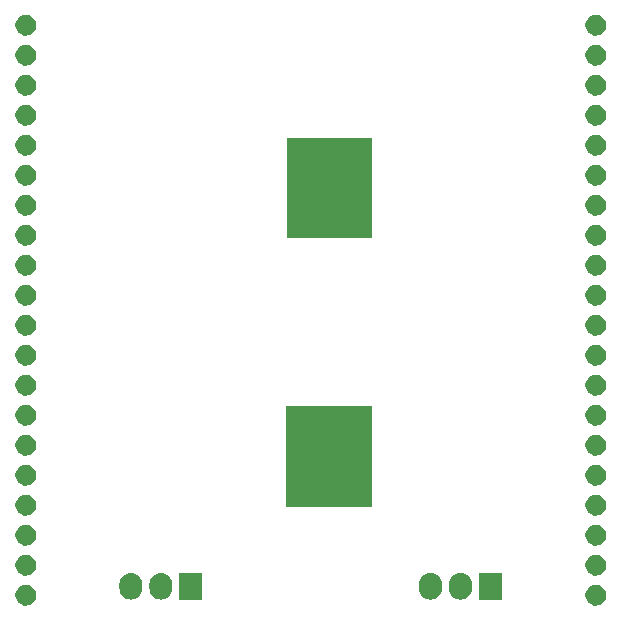
<source format=gbs>
G04 #@! TF.FileFunction,Soldermask,Bot*
%FSLAX46Y46*%
G04 Gerber Fmt 4.6, Leading zero omitted, Abs format (unit mm)*
G04 Created by KiCad (PCBNEW 4.0.2-stable) date Mon 01 Aug 2016 12:05:57 PM CEST*
%MOMM*%
G01*
G04 APERTURE LIST*
%ADD10C,0.100000*%
G04 APERTURE END LIST*
D10*
G36*
X122646590Y-130192579D02*
X122814107Y-130226966D01*
X122971750Y-130293233D01*
X123113526Y-130388862D01*
X123234022Y-130510202D01*
X123328660Y-130652642D01*
X123393822Y-130810740D01*
X123426971Y-130978152D01*
X123426971Y-130978162D01*
X123427037Y-130978496D01*
X123424310Y-131173819D01*
X123424234Y-131174153D01*
X123424234Y-131174165D01*
X123386427Y-131340577D01*
X123316870Y-131496802D01*
X123218296Y-131636540D01*
X123094452Y-131754474D01*
X122950069Y-131846103D01*
X122790633Y-131907945D01*
X122622225Y-131937638D01*
X122451254Y-131934058D01*
X122284231Y-131897335D01*
X122127529Y-131828874D01*
X121987101Y-131731274D01*
X121868312Y-131608263D01*
X121775674Y-131464519D01*
X121712723Y-131305521D01*
X121681852Y-131137317D01*
X121684240Y-130966327D01*
X121719793Y-130799059D01*
X121787162Y-130641877D01*
X121883776Y-130500776D01*
X122005958Y-130381126D01*
X122149050Y-130287489D01*
X122307607Y-130223428D01*
X122475582Y-130191385D01*
X122646590Y-130192579D01*
X122646590Y-130192579D01*
G37*
G36*
X170906590Y-130192579D02*
X171074107Y-130226966D01*
X171231750Y-130293233D01*
X171373526Y-130388862D01*
X171494022Y-130510202D01*
X171588660Y-130652642D01*
X171653822Y-130810740D01*
X171686971Y-130978152D01*
X171686971Y-130978162D01*
X171687037Y-130978496D01*
X171684310Y-131173819D01*
X171684234Y-131174153D01*
X171684234Y-131174165D01*
X171646427Y-131340577D01*
X171576870Y-131496802D01*
X171478296Y-131636540D01*
X171354452Y-131754474D01*
X171210069Y-131846103D01*
X171050633Y-131907945D01*
X170882225Y-131937638D01*
X170711254Y-131934058D01*
X170544231Y-131897335D01*
X170387529Y-131828874D01*
X170247101Y-131731274D01*
X170128312Y-131608263D01*
X170035674Y-131464519D01*
X169972723Y-131305521D01*
X169941852Y-131137317D01*
X169944240Y-130966327D01*
X169979793Y-130799059D01*
X170047162Y-130641877D01*
X170143776Y-130500776D01*
X170265958Y-130381126D01*
X170409050Y-130287489D01*
X170567607Y-130223428D01*
X170735582Y-130191385D01*
X170906590Y-130192579D01*
X170906590Y-130192579D01*
G37*
G36*
X157014720Y-129193430D02*
X157014734Y-129193434D01*
X157014769Y-129193438D01*
X157196285Y-129249626D01*
X157363430Y-129340001D01*
X157509838Y-129461120D01*
X157629932Y-129608370D01*
X157719138Y-129776142D01*
X157774058Y-129958045D01*
X157792600Y-130147152D01*
X157792600Y-130462848D01*
X157792505Y-130476442D01*
X157771325Y-130665271D01*
X157713870Y-130846390D01*
X157622331Y-131012900D01*
X157500192Y-131158459D01*
X157352108Y-131277522D01*
X157183717Y-131365554D01*
X157001434Y-131419203D01*
X157001402Y-131419206D01*
X157001388Y-131419210D01*
X156812205Y-131436427D01*
X156623280Y-131416570D01*
X156623266Y-131416566D01*
X156623231Y-131416562D01*
X156441715Y-131360374D01*
X156274570Y-131269999D01*
X156128162Y-131148880D01*
X156008068Y-131001630D01*
X155918862Y-130833858D01*
X155863942Y-130651955D01*
X155845400Y-130462848D01*
X155845400Y-130147152D01*
X155845495Y-130133558D01*
X155866675Y-129944729D01*
X155924130Y-129763610D01*
X156015669Y-129597100D01*
X156137808Y-129451541D01*
X156285892Y-129332478D01*
X156454283Y-129244446D01*
X156636566Y-129190797D01*
X156636598Y-129190794D01*
X156636612Y-129190790D01*
X156825795Y-129173573D01*
X157014720Y-129193430D01*
X157014720Y-129193430D01*
G37*
G36*
X159554720Y-129193430D02*
X159554734Y-129193434D01*
X159554769Y-129193438D01*
X159736285Y-129249626D01*
X159903430Y-129340001D01*
X160049838Y-129461120D01*
X160169932Y-129608370D01*
X160259138Y-129776142D01*
X160314058Y-129958045D01*
X160332600Y-130147152D01*
X160332600Y-130462848D01*
X160332505Y-130476442D01*
X160311325Y-130665271D01*
X160253870Y-130846390D01*
X160162331Y-131012900D01*
X160040192Y-131158459D01*
X159892108Y-131277522D01*
X159723717Y-131365554D01*
X159541434Y-131419203D01*
X159541402Y-131419206D01*
X159541388Y-131419210D01*
X159352205Y-131436427D01*
X159163280Y-131416570D01*
X159163266Y-131416566D01*
X159163231Y-131416562D01*
X158981715Y-131360374D01*
X158814570Y-131269999D01*
X158668162Y-131148880D01*
X158548068Y-131001630D01*
X158458862Y-130833858D01*
X158403942Y-130651955D01*
X158385400Y-130462848D01*
X158385400Y-130147152D01*
X158385495Y-130133558D01*
X158406675Y-129944729D01*
X158464130Y-129763610D01*
X158555669Y-129597100D01*
X158677808Y-129451541D01*
X158825892Y-129332478D01*
X158994283Y-129244446D01*
X159176566Y-129190797D01*
X159176598Y-129190794D01*
X159176612Y-129190790D01*
X159365795Y-129173573D01*
X159554720Y-129193430D01*
X159554720Y-129193430D01*
G37*
G36*
X131654720Y-129193430D02*
X131654734Y-129193434D01*
X131654769Y-129193438D01*
X131836285Y-129249626D01*
X132003430Y-129340001D01*
X132149838Y-129461120D01*
X132269932Y-129608370D01*
X132359138Y-129776142D01*
X132414058Y-129958045D01*
X132432600Y-130147152D01*
X132432600Y-130462848D01*
X132432505Y-130476442D01*
X132411325Y-130665271D01*
X132353870Y-130846390D01*
X132262331Y-131012900D01*
X132140192Y-131158459D01*
X131992108Y-131277522D01*
X131823717Y-131365554D01*
X131641434Y-131419203D01*
X131641402Y-131419206D01*
X131641388Y-131419210D01*
X131452205Y-131436427D01*
X131263280Y-131416570D01*
X131263266Y-131416566D01*
X131263231Y-131416562D01*
X131081715Y-131360374D01*
X130914570Y-131269999D01*
X130768162Y-131148880D01*
X130648068Y-131001630D01*
X130558862Y-130833858D01*
X130503942Y-130651955D01*
X130485400Y-130462848D01*
X130485400Y-130147152D01*
X130485495Y-130133558D01*
X130506675Y-129944729D01*
X130564130Y-129763610D01*
X130655669Y-129597100D01*
X130777808Y-129451541D01*
X130925892Y-129332478D01*
X131094283Y-129244446D01*
X131276566Y-129190797D01*
X131276598Y-129190794D01*
X131276612Y-129190790D01*
X131465795Y-129173573D01*
X131654720Y-129193430D01*
X131654720Y-129193430D01*
G37*
G36*
X134194720Y-129193430D02*
X134194734Y-129193434D01*
X134194769Y-129193438D01*
X134376285Y-129249626D01*
X134543430Y-129340001D01*
X134689838Y-129461120D01*
X134809932Y-129608370D01*
X134899138Y-129776142D01*
X134954058Y-129958045D01*
X134972600Y-130147152D01*
X134972600Y-130462848D01*
X134972505Y-130476442D01*
X134951325Y-130665271D01*
X134893870Y-130846390D01*
X134802331Y-131012900D01*
X134680192Y-131158459D01*
X134532108Y-131277522D01*
X134363717Y-131365554D01*
X134181434Y-131419203D01*
X134181402Y-131419206D01*
X134181388Y-131419210D01*
X133992205Y-131436427D01*
X133803280Y-131416570D01*
X133803266Y-131416566D01*
X133803231Y-131416562D01*
X133621715Y-131360374D01*
X133454570Y-131269999D01*
X133308162Y-131148880D01*
X133188068Y-131001630D01*
X133098862Y-130833858D01*
X133043942Y-130651955D01*
X133025400Y-130462848D01*
X133025400Y-130147152D01*
X133025495Y-130133558D01*
X133046675Y-129944729D01*
X133104130Y-129763610D01*
X133195669Y-129597100D01*
X133317808Y-129451541D01*
X133465892Y-129332478D01*
X133634283Y-129244446D01*
X133816566Y-129190797D01*
X133816598Y-129190794D01*
X133816612Y-129190790D01*
X134005795Y-129173573D01*
X134194720Y-129193430D01*
X134194720Y-129193430D01*
G37*
G36*
X162872600Y-131431000D02*
X160925400Y-131431000D01*
X160925400Y-129179000D01*
X162872600Y-129179000D01*
X162872600Y-131431000D01*
X162872600Y-131431000D01*
G37*
G36*
X137512600Y-131431000D02*
X135565400Y-131431000D01*
X135565400Y-129179000D01*
X137512600Y-129179000D01*
X137512600Y-131431000D01*
X137512600Y-131431000D01*
G37*
G36*
X170906590Y-127652579D02*
X171074107Y-127686966D01*
X171231750Y-127753233D01*
X171373526Y-127848862D01*
X171494022Y-127970202D01*
X171588660Y-128112642D01*
X171653822Y-128270740D01*
X171686971Y-128438152D01*
X171686971Y-128438162D01*
X171687037Y-128438496D01*
X171684310Y-128633819D01*
X171684234Y-128634153D01*
X171684234Y-128634165D01*
X171646427Y-128800577D01*
X171576870Y-128956802D01*
X171478296Y-129096540D01*
X171354452Y-129214474D01*
X171210069Y-129306103D01*
X171050633Y-129367945D01*
X170882225Y-129397638D01*
X170711254Y-129394058D01*
X170544231Y-129357335D01*
X170387529Y-129288874D01*
X170247101Y-129191274D01*
X170128312Y-129068263D01*
X170035674Y-128924519D01*
X169972723Y-128765521D01*
X169941852Y-128597317D01*
X169944240Y-128426327D01*
X169979793Y-128259059D01*
X170047162Y-128101877D01*
X170143776Y-127960776D01*
X170265958Y-127841126D01*
X170409050Y-127747489D01*
X170567607Y-127683428D01*
X170735582Y-127651385D01*
X170906590Y-127652579D01*
X170906590Y-127652579D01*
G37*
G36*
X122646590Y-127652579D02*
X122814107Y-127686966D01*
X122971750Y-127753233D01*
X123113526Y-127848862D01*
X123234022Y-127970202D01*
X123328660Y-128112642D01*
X123393822Y-128270740D01*
X123426971Y-128438152D01*
X123426971Y-128438162D01*
X123427037Y-128438496D01*
X123424310Y-128633819D01*
X123424234Y-128634153D01*
X123424234Y-128634165D01*
X123386427Y-128800577D01*
X123316870Y-128956802D01*
X123218296Y-129096540D01*
X123094452Y-129214474D01*
X122950069Y-129306103D01*
X122790633Y-129367945D01*
X122622225Y-129397638D01*
X122451254Y-129394058D01*
X122284231Y-129357335D01*
X122127529Y-129288874D01*
X121987101Y-129191274D01*
X121868312Y-129068263D01*
X121775674Y-128924519D01*
X121712723Y-128765521D01*
X121681852Y-128597317D01*
X121684240Y-128426327D01*
X121719793Y-128259059D01*
X121787162Y-128101877D01*
X121883776Y-127960776D01*
X122005958Y-127841126D01*
X122149050Y-127747489D01*
X122307607Y-127683428D01*
X122475582Y-127651385D01*
X122646590Y-127652579D01*
X122646590Y-127652579D01*
G37*
G36*
X170906590Y-125112579D02*
X171074107Y-125146966D01*
X171231750Y-125213233D01*
X171373526Y-125308862D01*
X171494022Y-125430202D01*
X171588660Y-125572642D01*
X171653822Y-125730740D01*
X171686971Y-125898152D01*
X171686971Y-125898162D01*
X171687037Y-125898496D01*
X171684310Y-126093819D01*
X171684234Y-126094153D01*
X171684234Y-126094165D01*
X171646427Y-126260577D01*
X171576870Y-126416802D01*
X171478296Y-126556540D01*
X171354452Y-126674474D01*
X171210069Y-126766103D01*
X171050633Y-126827945D01*
X170882225Y-126857638D01*
X170711254Y-126854058D01*
X170544231Y-126817335D01*
X170387529Y-126748874D01*
X170247101Y-126651274D01*
X170128312Y-126528263D01*
X170035674Y-126384519D01*
X169972723Y-126225521D01*
X169941852Y-126057317D01*
X169944240Y-125886327D01*
X169979793Y-125719059D01*
X170047162Y-125561877D01*
X170143776Y-125420776D01*
X170265958Y-125301126D01*
X170409050Y-125207489D01*
X170567607Y-125143428D01*
X170735582Y-125111385D01*
X170906590Y-125112579D01*
X170906590Y-125112579D01*
G37*
G36*
X122646590Y-125112579D02*
X122814107Y-125146966D01*
X122971750Y-125213233D01*
X123113526Y-125308862D01*
X123234022Y-125430202D01*
X123328660Y-125572642D01*
X123393822Y-125730740D01*
X123426971Y-125898152D01*
X123426971Y-125898162D01*
X123427037Y-125898496D01*
X123424310Y-126093819D01*
X123424234Y-126094153D01*
X123424234Y-126094165D01*
X123386427Y-126260577D01*
X123316870Y-126416802D01*
X123218296Y-126556540D01*
X123094452Y-126674474D01*
X122950069Y-126766103D01*
X122790633Y-126827945D01*
X122622225Y-126857638D01*
X122451254Y-126854058D01*
X122284231Y-126817335D01*
X122127529Y-126748874D01*
X121987101Y-126651274D01*
X121868312Y-126528263D01*
X121775674Y-126384519D01*
X121712723Y-126225521D01*
X121681852Y-126057317D01*
X121684240Y-125886327D01*
X121719793Y-125719059D01*
X121787162Y-125561877D01*
X121883776Y-125420776D01*
X122005958Y-125301126D01*
X122149050Y-125207489D01*
X122307607Y-125143428D01*
X122475582Y-125111385D01*
X122646590Y-125112579D01*
X122646590Y-125112579D01*
G37*
G36*
X122646590Y-122572579D02*
X122814107Y-122606966D01*
X122971750Y-122673233D01*
X123113526Y-122768862D01*
X123234022Y-122890202D01*
X123328660Y-123032642D01*
X123393822Y-123190740D01*
X123426971Y-123358152D01*
X123426971Y-123358162D01*
X123427037Y-123358496D01*
X123424310Y-123553819D01*
X123424234Y-123554153D01*
X123424234Y-123554165D01*
X123386427Y-123720577D01*
X123316870Y-123876802D01*
X123218296Y-124016540D01*
X123094452Y-124134474D01*
X122950069Y-124226103D01*
X122790633Y-124287945D01*
X122622225Y-124317638D01*
X122451254Y-124314058D01*
X122284231Y-124277335D01*
X122127529Y-124208874D01*
X121987101Y-124111274D01*
X121868312Y-123988263D01*
X121775674Y-123844519D01*
X121712723Y-123685521D01*
X121681852Y-123517317D01*
X121684240Y-123346327D01*
X121719793Y-123179059D01*
X121787162Y-123021877D01*
X121883776Y-122880776D01*
X122005958Y-122761126D01*
X122149050Y-122667489D01*
X122307607Y-122603428D01*
X122475582Y-122571385D01*
X122646590Y-122572579D01*
X122646590Y-122572579D01*
G37*
G36*
X170906590Y-122572579D02*
X171074107Y-122606966D01*
X171231750Y-122673233D01*
X171373526Y-122768862D01*
X171494022Y-122890202D01*
X171588660Y-123032642D01*
X171653822Y-123190740D01*
X171686971Y-123358152D01*
X171686971Y-123358162D01*
X171687037Y-123358496D01*
X171684310Y-123553819D01*
X171684234Y-123554153D01*
X171684234Y-123554165D01*
X171646427Y-123720577D01*
X171576870Y-123876802D01*
X171478296Y-124016540D01*
X171354452Y-124134474D01*
X171210069Y-124226103D01*
X171050633Y-124287945D01*
X170882225Y-124317638D01*
X170711254Y-124314058D01*
X170544231Y-124277335D01*
X170387529Y-124208874D01*
X170247101Y-124111274D01*
X170128312Y-123988263D01*
X170035674Y-123844519D01*
X169972723Y-123685521D01*
X169941852Y-123517317D01*
X169944240Y-123346327D01*
X169979793Y-123179059D01*
X170047162Y-123021877D01*
X170143776Y-122880776D01*
X170265958Y-122761126D01*
X170409050Y-122667489D01*
X170567607Y-122603428D01*
X170735582Y-122571385D01*
X170906590Y-122572579D01*
X170906590Y-122572579D01*
G37*
G36*
X151884906Y-123555000D02*
X144634906Y-123555000D01*
X144634906Y-115055000D01*
X151884906Y-115055000D01*
X151884906Y-123555000D01*
X151884906Y-123555000D01*
G37*
G36*
X122646590Y-120032579D02*
X122814107Y-120066966D01*
X122971750Y-120133233D01*
X123113526Y-120228862D01*
X123234022Y-120350202D01*
X123328660Y-120492642D01*
X123393822Y-120650740D01*
X123426971Y-120818152D01*
X123426971Y-120818162D01*
X123427037Y-120818496D01*
X123424310Y-121013819D01*
X123424234Y-121014153D01*
X123424234Y-121014165D01*
X123386427Y-121180577D01*
X123316870Y-121336802D01*
X123218296Y-121476540D01*
X123094452Y-121594474D01*
X122950069Y-121686103D01*
X122790633Y-121747945D01*
X122622225Y-121777638D01*
X122451254Y-121774058D01*
X122284231Y-121737335D01*
X122127529Y-121668874D01*
X121987101Y-121571274D01*
X121868312Y-121448263D01*
X121775674Y-121304519D01*
X121712723Y-121145521D01*
X121681852Y-120977317D01*
X121684240Y-120806327D01*
X121719793Y-120639059D01*
X121787162Y-120481877D01*
X121883776Y-120340776D01*
X122005958Y-120221126D01*
X122149050Y-120127489D01*
X122307607Y-120063428D01*
X122475582Y-120031385D01*
X122646590Y-120032579D01*
X122646590Y-120032579D01*
G37*
G36*
X170906590Y-120032579D02*
X171074107Y-120066966D01*
X171231750Y-120133233D01*
X171373526Y-120228862D01*
X171494022Y-120350202D01*
X171588660Y-120492642D01*
X171653822Y-120650740D01*
X171686971Y-120818152D01*
X171686971Y-120818162D01*
X171687037Y-120818496D01*
X171684310Y-121013819D01*
X171684234Y-121014153D01*
X171684234Y-121014165D01*
X171646427Y-121180577D01*
X171576870Y-121336802D01*
X171478296Y-121476540D01*
X171354452Y-121594474D01*
X171210069Y-121686103D01*
X171050633Y-121747945D01*
X170882225Y-121777638D01*
X170711254Y-121774058D01*
X170544231Y-121737335D01*
X170387529Y-121668874D01*
X170247101Y-121571274D01*
X170128312Y-121448263D01*
X170035674Y-121304519D01*
X169972723Y-121145521D01*
X169941852Y-120977317D01*
X169944240Y-120806327D01*
X169979793Y-120639059D01*
X170047162Y-120481877D01*
X170143776Y-120340776D01*
X170265958Y-120221126D01*
X170409050Y-120127489D01*
X170567607Y-120063428D01*
X170735582Y-120031385D01*
X170906590Y-120032579D01*
X170906590Y-120032579D01*
G37*
G36*
X122646590Y-117492579D02*
X122814107Y-117526966D01*
X122971750Y-117593233D01*
X123113526Y-117688862D01*
X123234022Y-117810202D01*
X123328660Y-117952642D01*
X123393822Y-118110740D01*
X123426971Y-118278152D01*
X123426971Y-118278162D01*
X123427037Y-118278496D01*
X123424310Y-118473819D01*
X123424234Y-118474153D01*
X123424234Y-118474165D01*
X123386427Y-118640577D01*
X123316870Y-118796802D01*
X123218296Y-118936540D01*
X123094452Y-119054474D01*
X122950069Y-119146103D01*
X122790633Y-119207945D01*
X122622225Y-119237638D01*
X122451254Y-119234058D01*
X122284231Y-119197335D01*
X122127529Y-119128874D01*
X121987101Y-119031274D01*
X121868312Y-118908263D01*
X121775674Y-118764519D01*
X121712723Y-118605521D01*
X121681852Y-118437317D01*
X121684240Y-118266327D01*
X121719793Y-118099059D01*
X121787162Y-117941877D01*
X121883776Y-117800776D01*
X122005958Y-117681126D01*
X122149050Y-117587489D01*
X122307607Y-117523428D01*
X122475582Y-117491385D01*
X122646590Y-117492579D01*
X122646590Y-117492579D01*
G37*
G36*
X170906590Y-117492579D02*
X171074107Y-117526966D01*
X171231750Y-117593233D01*
X171373526Y-117688862D01*
X171494022Y-117810202D01*
X171588660Y-117952642D01*
X171653822Y-118110740D01*
X171686971Y-118278152D01*
X171686971Y-118278162D01*
X171687037Y-118278496D01*
X171684310Y-118473819D01*
X171684234Y-118474153D01*
X171684234Y-118474165D01*
X171646427Y-118640577D01*
X171576870Y-118796802D01*
X171478296Y-118936540D01*
X171354452Y-119054474D01*
X171210069Y-119146103D01*
X171050633Y-119207945D01*
X170882225Y-119237638D01*
X170711254Y-119234058D01*
X170544231Y-119197335D01*
X170387529Y-119128874D01*
X170247101Y-119031274D01*
X170128312Y-118908263D01*
X170035674Y-118764519D01*
X169972723Y-118605521D01*
X169941852Y-118437317D01*
X169944240Y-118266327D01*
X169979793Y-118099059D01*
X170047162Y-117941877D01*
X170143776Y-117800776D01*
X170265958Y-117681126D01*
X170409050Y-117587489D01*
X170567607Y-117523428D01*
X170735582Y-117491385D01*
X170906590Y-117492579D01*
X170906590Y-117492579D01*
G37*
G36*
X122646590Y-114952579D02*
X122814107Y-114986966D01*
X122971750Y-115053233D01*
X123113526Y-115148862D01*
X123234022Y-115270202D01*
X123328660Y-115412642D01*
X123393822Y-115570740D01*
X123426971Y-115738152D01*
X123426971Y-115738162D01*
X123427037Y-115738496D01*
X123424310Y-115933819D01*
X123424234Y-115934153D01*
X123424234Y-115934165D01*
X123386427Y-116100577D01*
X123316870Y-116256802D01*
X123218296Y-116396540D01*
X123094452Y-116514474D01*
X122950069Y-116606103D01*
X122790633Y-116667945D01*
X122622225Y-116697638D01*
X122451254Y-116694058D01*
X122284231Y-116657335D01*
X122127529Y-116588874D01*
X121987101Y-116491274D01*
X121868312Y-116368263D01*
X121775674Y-116224519D01*
X121712723Y-116065521D01*
X121681852Y-115897317D01*
X121684240Y-115726327D01*
X121719793Y-115559059D01*
X121787162Y-115401877D01*
X121883776Y-115260776D01*
X122005958Y-115141126D01*
X122149050Y-115047489D01*
X122307607Y-114983428D01*
X122475582Y-114951385D01*
X122646590Y-114952579D01*
X122646590Y-114952579D01*
G37*
G36*
X170906590Y-114952579D02*
X171074107Y-114986966D01*
X171231750Y-115053233D01*
X171373526Y-115148862D01*
X171494022Y-115270202D01*
X171588660Y-115412642D01*
X171653822Y-115570740D01*
X171686971Y-115738152D01*
X171686971Y-115738162D01*
X171687037Y-115738496D01*
X171684310Y-115933819D01*
X171684234Y-115934153D01*
X171684234Y-115934165D01*
X171646427Y-116100577D01*
X171576870Y-116256802D01*
X171478296Y-116396540D01*
X171354452Y-116514474D01*
X171210069Y-116606103D01*
X171050633Y-116667945D01*
X170882225Y-116697638D01*
X170711254Y-116694058D01*
X170544231Y-116657335D01*
X170387529Y-116588874D01*
X170247101Y-116491274D01*
X170128312Y-116368263D01*
X170035674Y-116224519D01*
X169972723Y-116065521D01*
X169941852Y-115897317D01*
X169944240Y-115726327D01*
X169979793Y-115559059D01*
X170047162Y-115401877D01*
X170143776Y-115260776D01*
X170265958Y-115141126D01*
X170409050Y-115047489D01*
X170567607Y-114983428D01*
X170735582Y-114951385D01*
X170906590Y-114952579D01*
X170906590Y-114952579D01*
G37*
G36*
X122646590Y-112412579D02*
X122814107Y-112446966D01*
X122971750Y-112513233D01*
X123113526Y-112608862D01*
X123234022Y-112730202D01*
X123328660Y-112872642D01*
X123393822Y-113030740D01*
X123426971Y-113198152D01*
X123426971Y-113198162D01*
X123427037Y-113198496D01*
X123424310Y-113393819D01*
X123424234Y-113394153D01*
X123424234Y-113394165D01*
X123386427Y-113560577D01*
X123316870Y-113716802D01*
X123218296Y-113856540D01*
X123094452Y-113974474D01*
X122950069Y-114066103D01*
X122790633Y-114127945D01*
X122622225Y-114157638D01*
X122451254Y-114154058D01*
X122284231Y-114117335D01*
X122127529Y-114048874D01*
X121987101Y-113951274D01*
X121868312Y-113828263D01*
X121775674Y-113684519D01*
X121712723Y-113525521D01*
X121681852Y-113357317D01*
X121684240Y-113186327D01*
X121719793Y-113019059D01*
X121787162Y-112861877D01*
X121883776Y-112720776D01*
X122005958Y-112601126D01*
X122149050Y-112507489D01*
X122307607Y-112443428D01*
X122475582Y-112411385D01*
X122646590Y-112412579D01*
X122646590Y-112412579D01*
G37*
G36*
X170906590Y-112412579D02*
X171074107Y-112446966D01*
X171231750Y-112513233D01*
X171373526Y-112608862D01*
X171494022Y-112730202D01*
X171588660Y-112872642D01*
X171653822Y-113030740D01*
X171686971Y-113198152D01*
X171686971Y-113198162D01*
X171687037Y-113198496D01*
X171684310Y-113393819D01*
X171684234Y-113394153D01*
X171684234Y-113394165D01*
X171646427Y-113560577D01*
X171576870Y-113716802D01*
X171478296Y-113856540D01*
X171354452Y-113974474D01*
X171210069Y-114066103D01*
X171050633Y-114127945D01*
X170882225Y-114157638D01*
X170711254Y-114154058D01*
X170544231Y-114117335D01*
X170387529Y-114048874D01*
X170247101Y-113951274D01*
X170128312Y-113828263D01*
X170035674Y-113684519D01*
X169972723Y-113525521D01*
X169941852Y-113357317D01*
X169944240Y-113186327D01*
X169979793Y-113019059D01*
X170047162Y-112861877D01*
X170143776Y-112720776D01*
X170265958Y-112601126D01*
X170409050Y-112507489D01*
X170567607Y-112443428D01*
X170735582Y-112411385D01*
X170906590Y-112412579D01*
X170906590Y-112412579D01*
G37*
G36*
X122646590Y-109872579D02*
X122814107Y-109906966D01*
X122971750Y-109973233D01*
X123113526Y-110068862D01*
X123234022Y-110190202D01*
X123328660Y-110332642D01*
X123393822Y-110490740D01*
X123426971Y-110658152D01*
X123426971Y-110658162D01*
X123427037Y-110658496D01*
X123424310Y-110853819D01*
X123424234Y-110854153D01*
X123424234Y-110854165D01*
X123386427Y-111020577D01*
X123316870Y-111176802D01*
X123218296Y-111316540D01*
X123094452Y-111434474D01*
X122950069Y-111526103D01*
X122790633Y-111587945D01*
X122622225Y-111617638D01*
X122451254Y-111614058D01*
X122284231Y-111577335D01*
X122127529Y-111508874D01*
X121987101Y-111411274D01*
X121868312Y-111288263D01*
X121775674Y-111144519D01*
X121712723Y-110985521D01*
X121681852Y-110817317D01*
X121684240Y-110646327D01*
X121719793Y-110479059D01*
X121787162Y-110321877D01*
X121883776Y-110180776D01*
X122005958Y-110061126D01*
X122149050Y-109967489D01*
X122307607Y-109903428D01*
X122475582Y-109871385D01*
X122646590Y-109872579D01*
X122646590Y-109872579D01*
G37*
G36*
X170906590Y-109872579D02*
X171074107Y-109906966D01*
X171231750Y-109973233D01*
X171373526Y-110068862D01*
X171494022Y-110190202D01*
X171588660Y-110332642D01*
X171653822Y-110490740D01*
X171686971Y-110658152D01*
X171686971Y-110658162D01*
X171687037Y-110658496D01*
X171684310Y-110853819D01*
X171684234Y-110854153D01*
X171684234Y-110854165D01*
X171646427Y-111020577D01*
X171576870Y-111176802D01*
X171478296Y-111316540D01*
X171354452Y-111434474D01*
X171210069Y-111526103D01*
X171050633Y-111587945D01*
X170882225Y-111617638D01*
X170711254Y-111614058D01*
X170544231Y-111577335D01*
X170387529Y-111508874D01*
X170247101Y-111411274D01*
X170128312Y-111288263D01*
X170035674Y-111144519D01*
X169972723Y-110985521D01*
X169941852Y-110817317D01*
X169944240Y-110646327D01*
X169979793Y-110479059D01*
X170047162Y-110321877D01*
X170143776Y-110180776D01*
X170265958Y-110061126D01*
X170409050Y-109967489D01*
X170567607Y-109903428D01*
X170735582Y-109871385D01*
X170906590Y-109872579D01*
X170906590Y-109872579D01*
G37*
G36*
X122646590Y-107332579D02*
X122814107Y-107366966D01*
X122971750Y-107433233D01*
X123113526Y-107528862D01*
X123234022Y-107650202D01*
X123328660Y-107792642D01*
X123393822Y-107950740D01*
X123426971Y-108118152D01*
X123426971Y-108118162D01*
X123427037Y-108118496D01*
X123424310Y-108313819D01*
X123424234Y-108314153D01*
X123424234Y-108314165D01*
X123386427Y-108480577D01*
X123316870Y-108636802D01*
X123218296Y-108776540D01*
X123094452Y-108894474D01*
X122950069Y-108986103D01*
X122790633Y-109047945D01*
X122622225Y-109077638D01*
X122451254Y-109074058D01*
X122284231Y-109037335D01*
X122127529Y-108968874D01*
X121987101Y-108871274D01*
X121868312Y-108748263D01*
X121775674Y-108604519D01*
X121712723Y-108445521D01*
X121681852Y-108277317D01*
X121684240Y-108106327D01*
X121719793Y-107939059D01*
X121787162Y-107781877D01*
X121883776Y-107640776D01*
X122005958Y-107521126D01*
X122149050Y-107427489D01*
X122307607Y-107363428D01*
X122475582Y-107331385D01*
X122646590Y-107332579D01*
X122646590Y-107332579D01*
G37*
G36*
X170906590Y-107332579D02*
X171074107Y-107366966D01*
X171231750Y-107433233D01*
X171373526Y-107528862D01*
X171494022Y-107650202D01*
X171588660Y-107792642D01*
X171653822Y-107950740D01*
X171686971Y-108118152D01*
X171686971Y-108118162D01*
X171687037Y-108118496D01*
X171684310Y-108313819D01*
X171684234Y-108314153D01*
X171684234Y-108314165D01*
X171646427Y-108480577D01*
X171576870Y-108636802D01*
X171478296Y-108776540D01*
X171354452Y-108894474D01*
X171210069Y-108986103D01*
X171050633Y-109047945D01*
X170882225Y-109077638D01*
X170711254Y-109074058D01*
X170544231Y-109037335D01*
X170387529Y-108968874D01*
X170247101Y-108871274D01*
X170128312Y-108748263D01*
X170035674Y-108604519D01*
X169972723Y-108445521D01*
X169941852Y-108277317D01*
X169944240Y-108106327D01*
X169979793Y-107939059D01*
X170047162Y-107781877D01*
X170143776Y-107640776D01*
X170265958Y-107521126D01*
X170409050Y-107427489D01*
X170567607Y-107363428D01*
X170735582Y-107331385D01*
X170906590Y-107332579D01*
X170906590Y-107332579D01*
G37*
G36*
X122646590Y-104792579D02*
X122814107Y-104826966D01*
X122971750Y-104893233D01*
X123113526Y-104988862D01*
X123234022Y-105110202D01*
X123328660Y-105252642D01*
X123393822Y-105410740D01*
X123426971Y-105578152D01*
X123426971Y-105578162D01*
X123427037Y-105578496D01*
X123424310Y-105773819D01*
X123424234Y-105774153D01*
X123424234Y-105774165D01*
X123386427Y-105940577D01*
X123316870Y-106096802D01*
X123218296Y-106236540D01*
X123094452Y-106354474D01*
X122950069Y-106446103D01*
X122790633Y-106507945D01*
X122622225Y-106537638D01*
X122451254Y-106534058D01*
X122284231Y-106497335D01*
X122127529Y-106428874D01*
X121987101Y-106331274D01*
X121868312Y-106208263D01*
X121775674Y-106064519D01*
X121712723Y-105905521D01*
X121681852Y-105737317D01*
X121684240Y-105566327D01*
X121719793Y-105399059D01*
X121787162Y-105241877D01*
X121883776Y-105100776D01*
X122005958Y-104981126D01*
X122149050Y-104887489D01*
X122307607Y-104823428D01*
X122475582Y-104791385D01*
X122646590Y-104792579D01*
X122646590Y-104792579D01*
G37*
G36*
X170906590Y-104792579D02*
X171074107Y-104826966D01*
X171231750Y-104893233D01*
X171373526Y-104988862D01*
X171494022Y-105110202D01*
X171588660Y-105252642D01*
X171653822Y-105410740D01*
X171686971Y-105578152D01*
X171686971Y-105578162D01*
X171687037Y-105578496D01*
X171684310Y-105773819D01*
X171684234Y-105774153D01*
X171684234Y-105774165D01*
X171646427Y-105940577D01*
X171576870Y-106096802D01*
X171478296Y-106236540D01*
X171354452Y-106354474D01*
X171210069Y-106446103D01*
X171050633Y-106507945D01*
X170882225Y-106537638D01*
X170711254Y-106534058D01*
X170544231Y-106497335D01*
X170387529Y-106428874D01*
X170247101Y-106331274D01*
X170128312Y-106208263D01*
X170035674Y-106064519D01*
X169972723Y-105905521D01*
X169941852Y-105737317D01*
X169944240Y-105566327D01*
X169979793Y-105399059D01*
X170047162Y-105241877D01*
X170143776Y-105100776D01*
X170265958Y-104981126D01*
X170409050Y-104887489D01*
X170567607Y-104823428D01*
X170735582Y-104791385D01*
X170906590Y-104792579D01*
X170906590Y-104792579D01*
G37*
G36*
X170906590Y-102252579D02*
X171074107Y-102286966D01*
X171231750Y-102353233D01*
X171373526Y-102448862D01*
X171494022Y-102570202D01*
X171588660Y-102712642D01*
X171653822Y-102870740D01*
X171686971Y-103038152D01*
X171686971Y-103038162D01*
X171687037Y-103038496D01*
X171684310Y-103233819D01*
X171684234Y-103234153D01*
X171684234Y-103234165D01*
X171646427Y-103400577D01*
X171576870Y-103556802D01*
X171478296Y-103696540D01*
X171354452Y-103814474D01*
X171210069Y-103906103D01*
X171050633Y-103967945D01*
X170882225Y-103997638D01*
X170711254Y-103994058D01*
X170544231Y-103957335D01*
X170387529Y-103888874D01*
X170247101Y-103791274D01*
X170128312Y-103668263D01*
X170035674Y-103524519D01*
X169972723Y-103365521D01*
X169941852Y-103197317D01*
X169944240Y-103026327D01*
X169979793Y-102859059D01*
X170047162Y-102701877D01*
X170143776Y-102560776D01*
X170265958Y-102441126D01*
X170409050Y-102347489D01*
X170567607Y-102283428D01*
X170735582Y-102251385D01*
X170906590Y-102252579D01*
X170906590Y-102252579D01*
G37*
G36*
X122646590Y-102252579D02*
X122814107Y-102286966D01*
X122971750Y-102353233D01*
X123113526Y-102448862D01*
X123234022Y-102570202D01*
X123328660Y-102712642D01*
X123393822Y-102870740D01*
X123426971Y-103038152D01*
X123426971Y-103038162D01*
X123427037Y-103038496D01*
X123424310Y-103233819D01*
X123424234Y-103234153D01*
X123424234Y-103234165D01*
X123386427Y-103400577D01*
X123316870Y-103556802D01*
X123218296Y-103696540D01*
X123094452Y-103814474D01*
X122950069Y-103906103D01*
X122790633Y-103967945D01*
X122622225Y-103997638D01*
X122451254Y-103994058D01*
X122284231Y-103957335D01*
X122127529Y-103888874D01*
X121987101Y-103791274D01*
X121868312Y-103668263D01*
X121775674Y-103524519D01*
X121712723Y-103365521D01*
X121681852Y-103197317D01*
X121684240Y-103026327D01*
X121719793Y-102859059D01*
X121787162Y-102701877D01*
X121883776Y-102560776D01*
X122005958Y-102441126D01*
X122149050Y-102347489D01*
X122307607Y-102283428D01*
X122475582Y-102251385D01*
X122646590Y-102252579D01*
X122646590Y-102252579D01*
G37*
G36*
X170906590Y-99712579D02*
X171074107Y-99746966D01*
X171231750Y-99813233D01*
X171373526Y-99908862D01*
X171494022Y-100030202D01*
X171588660Y-100172642D01*
X171653822Y-100330740D01*
X171686971Y-100498152D01*
X171686971Y-100498162D01*
X171687037Y-100498496D01*
X171684310Y-100693819D01*
X171684234Y-100694153D01*
X171684234Y-100694165D01*
X171646427Y-100860577D01*
X171576870Y-101016802D01*
X171478296Y-101156540D01*
X171354452Y-101274474D01*
X171210069Y-101366103D01*
X171050633Y-101427945D01*
X170882225Y-101457638D01*
X170711254Y-101454058D01*
X170544231Y-101417335D01*
X170387529Y-101348874D01*
X170247101Y-101251274D01*
X170128312Y-101128263D01*
X170035674Y-100984519D01*
X169972723Y-100825521D01*
X169941852Y-100657317D01*
X169944240Y-100486327D01*
X169979793Y-100319059D01*
X170047162Y-100161877D01*
X170143776Y-100020776D01*
X170265958Y-99901126D01*
X170409050Y-99807489D01*
X170567607Y-99743428D01*
X170735582Y-99711385D01*
X170906590Y-99712579D01*
X170906590Y-99712579D01*
G37*
G36*
X122646590Y-99712579D02*
X122814107Y-99746966D01*
X122971750Y-99813233D01*
X123113526Y-99908862D01*
X123234022Y-100030202D01*
X123328660Y-100172642D01*
X123393822Y-100330740D01*
X123426971Y-100498152D01*
X123426971Y-100498162D01*
X123427037Y-100498496D01*
X123424310Y-100693819D01*
X123424234Y-100694153D01*
X123424234Y-100694165D01*
X123386427Y-100860577D01*
X123316870Y-101016802D01*
X123218296Y-101156540D01*
X123094452Y-101274474D01*
X122950069Y-101366103D01*
X122790633Y-101427945D01*
X122622225Y-101457638D01*
X122451254Y-101454058D01*
X122284231Y-101417335D01*
X122127529Y-101348874D01*
X121987101Y-101251274D01*
X121868312Y-101128263D01*
X121775674Y-100984519D01*
X121712723Y-100825521D01*
X121681852Y-100657317D01*
X121684240Y-100486327D01*
X121719793Y-100319059D01*
X121787162Y-100161877D01*
X121883776Y-100020776D01*
X122005958Y-99901126D01*
X122149050Y-99807489D01*
X122307607Y-99743428D01*
X122475582Y-99711385D01*
X122646590Y-99712579D01*
X122646590Y-99712579D01*
G37*
G36*
X151899000Y-100805000D02*
X144649000Y-100805000D01*
X144649000Y-92305000D01*
X151899000Y-92305000D01*
X151899000Y-100805000D01*
X151899000Y-100805000D01*
G37*
G36*
X122646590Y-97172579D02*
X122814107Y-97206966D01*
X122971750Y-97273233D01*
X123113526Y-97368862D01*
X123234022Y-97490202D01*
X123328660Y-97632642D01*
X123393822Y-97790740D01*
X123426971Y-97958152D01*
X123426971Y-97958162D01*
X123427037Y-97958496D01*
X123424310Y-98153819D01*
X123424234Y-98154153D01*
X123424234Y-98154165D01*
X123386427Y-98320577D01*
X123316870Y-98476802D01*
X123218296Y-98616540D01*
X123094452Y-98734474D01*
X122950069Y-98826103D01*
X122790633Y-98887945D01*
X122622225Y-98917638D01*
X122451254Y-98914058D01*
X122284231Y-98877335D01*
X122127529Y-98808874D01*
X121987101Y-98711274D01*
X121868312Y-98588263D01*
X121775674Y-98444519D01*
X121712723Y-98285521D01*
X121681852Y-98117317D01*
X121684240Y-97946327D01*
X121719793Y-97779059D01*
X121787162Y-97621877D01*
X121883776Y-97480776D01*
X122005958Y-97361126D01*
X122149050Y-97267489D01*
X122307607Y-97203428D01*
X122475582Y-97171385D01*
X122646590Y-97172579D01*
X122646590Y-97172579D01*
G37*
G36*
X170906590Y-97172579D02*
X171074107Y-97206966D01*
X171231750Y-97273233D01*
X171373526Y-97368862D01*
X171494022Y-97490202D01*
X171588660Y-97632642D01*
X171653822Y-97790740D01*
X171686971Y-97958152D01*
X171686971Y-97958162D01*
X171687037Y-97958496D01*
X171684310Y-98153819D01*
X171684234Y-98154153D01*
X171684234Y-98154165D01*
X171646427Y-98320577D01*
X171576870Y-98476802D01*
X171478296Y-98616540D01*
X171354452Y-98734474D01*
X171210069Y-98826103D01*
X171050633Y-98887945D01*
X170882225Y-98917638D01*
X170711254Y-98914058D01*
X170544231Y-98877335D01*
X170387529Y-98808874D01*
X170247101Y-98711274D01*
X170128312Y-98588263D01*
X170035674Y-98444519D01*
X169972723Y-98285521D01*
X169941852Y-98117317D01*
X169944240Y-97946327D01*
X169979793Y-97779059D01*
X170047162Y-97621877D01*
X170143776Y-97480776D01*
X170265958Y-97361126D01*
X170409050Y-97267489D01*
X170567607Y-97203428D01*
X170735582Y-97171385D01*
X170906590Y-97172579D01*
X170906590Y-97172579D01*
G37*
G36*
X170906590Y-94632579D02*
X171074107Y-94666966D01*
X171231750Y-94733233D01*
X171373526Y-94828862D01*
X171494022Y-94950202D01*
X171588660Y-95092642D01*
X171653822Y-95250740D01*
X171686971Y-95418152D01*
X171686971Y-95418162D01*
X171687037Y-95418496D01*
X171684310Y-95613819D01*
X171684234Y-95614153D01*
X171684234Y-95614165D01*
X171646427Y-95780577D01*
X171576870Y-95936802D01*
X171478296Y-96076540D01*
X171354452Y-96194474D01*
X171210069Y-96286103D01*
X171050633Y-96347945D01*
X170882225Y-96377638D01*
X170711254Y-96374058D01*
X170544231Y-96337335D01*
X170387529Y-96268874D01*
X170247101Y-96171274D01*
X170128312Y-96048263D01*
X170035674Y-95904519D01*
X169972723Y-95745521D01*
X169941852Y-95577317D01*
X169944240Y-95406327D01*
X169979793Y-95239059D01*
X170047162Y-95081877D01*
X170143776Y-94940776D01*
X170265958Y-94821126D01*
X170409050Y-94727489D01*
X170567607Y-94663428D01*
X170735582Y-94631385D01*
X170906590Y-94632579D01*
X170906590Y-94632579D01*
G37*
G36*
X122646590Y-94632579D02*
X122814107Y-94666966D01*
X122971750Y-94733233D01*
X123113526Y-94828862D01*
X123234022Y-94950202D01*
X123328660Y-95092642D01*
X123393822Y-95250740D01*
X123426971Y-95418152D01*
X123426971Y-95418162D01*
X123427037Y-95418496D01*
X123424310Y-95613819D01*
X123424234Y-95614153D01*
X123424234Y-95614165D01*
X123386427Y-95780577D01*
X123316870Y-95936802D01*
X123218296Y-96076540D01*
X123094452Y-96194474D01*
X122950069Y-96286103D01*
X122790633Y-96347945D01*
X122622225Y-96377638D01*
X122451254Y-96374058D01*
X122284231Y-96337335D01*
X122127529Y-96268874D01*
X121987101Y-96171274D01*
X121868312Y-96048263D01*
X121775674Y-95904519D01*
X121712723Y-95745521D01*
X121681852Y-95577317D01*
X121684240Y-95406327D01*
X121719793Y-95239059D01*
X121787162Y-95081877D01*
X121883776Y-94940776D01*
X122005958Y-94821126D01*
X122149050Y-94727489D01*
X122307607Y-94663428D01*
X122475582Y-94631385D01*
X122646590Y-94632579D01*
X122646590Y-94632579D01*
G37*
G36*
X170906590Y-92092579D02*
X171074107Y-92126966D01*
X171231750Y-92193233D01*
X171373526Y-92288862D01*
X171494022Y-92410202D01*
X171588660Y-92552642D01*
X171653822Y-92710740D01*
X171686971Y-92878152D01*
X171686971Y-92878162D01*
X171687037Y-92878496D01*
X171684310Y-93073819D01*
X171684234Y-93074153D01*
X171684234Y-93074165D01*
X171646427Y-93240577D01*
X171576870Y-93396802D01*
X171478296Y-93536540D01*
X171354452Y-93654474D01*
X171210069Y-93746103D01*
X171050633Y-93807945D01*
X170882225Y-93837638D01*
X170711254Y-93834058D01*
X170544231Y-93797335D01*
X170387529Y-93728874D01*
X170247101Y-93631274D01*
X170128312Y-93508263D01*
X170035674Y-93364519D01*
X169972723Y-93205521D01*
X169941852Y-93037317D01*
X169944240Y-92866327D01*
X169979793Y-92699059D01*
X170047162Y-92541877D01*
X170143776Y-92400776D01*
X170265958Y-92281126D01*
X170409050Y-92187489D01*
X170567607Y-92123428D01*
X170735582Y-92091385D01*
X170906590Y-92092579D01*
X170906590Y-92092579D01*
G37*
G36*
X122646590Y-92092579D02*
X122814107Y-92126966D01*
X122971750Y-92193233D01*
X123113526Y-92288862D01*
X123234022Y-92410202D01*
X123328660Y-92552642D01*
X123393822Y-92710740D01*
X123426971Y-92878152D01*
X123426971Y-92878162D01*
X123427037Y-92878496D01*
X123424310Y-93073819D01*
X123424234Y-93074153D01*
X123424234Y-93074165D01*
X123386427Y-93240577D01*
X123316870Y-93396802D01*
X123218296Y-93536540D01*
X123094452Y-93654474D01*
X122950069Y-93746103D01*
X122790633Y-93807945D01*
X122622225Y-93837638D01*
X122451254Y-93834058D01*
X122284231Y-93797335D01*
X122127529Y-93728874D01*
X121987101Y-93631274D01*
X121868312Y-93508263D01*
X121775674Y-93364519D01*
X121712723Y-93205521D01*
X121681852Y-93037317D01*
X121684240Y-92866327D01*
X121719793Y-92699059D01*
X121787162Y-92541877D01*
X121883776Y-92400776D01*
X122005958Y-92281126D01*
X122149050Y-92187489D01*
X122307607Y-92123428D01*
X122475582Y-92091385D01*
X122646590Y-92092579D01*
X122646590Y-92092579D01*
G37*
G36*
X170906590Y-89552579D02*
X171074107Y-89586966D01*
X171231750Y-89653233D01*
X171373526Y-89748862D01*
X171494022Y-89870202D01*
X171588660Y-90012642D01*
X171653822Y-90170740D01*
X171686971Y-90338152D01*
X171686971Y-90338162D01*
X171687037Y-90338496D01*
X171684310Y-90533819D01*
X171684234Y-90534153D01*
X171684234Y-90534165D01*
X171646427Y-90700577D01*
X171576870Y-90856802D01*
X171478296Y-90996540D01*
X171354452Y-91114474D01*
X171210069Y-91206103D01*
X171050633Y-91267945D01*
X170882225Y-91297638D01*
X170711254Y-91294058D01*
X170544231Y-91257335D01*
X170387529Y-91188874D01*
X170247101Y-91091274D01*
X170128312Y-90968263D01*
X170035674Y-90824519D01*
X169972723Y-90665521D01*
X169941852Y-90497317D01*
X169944240Y-90326327D01*
X169979793Y-90159059D01*
X170047162Y-90001877D01*
X170143776Y-89860776D01*
X170265958Y-89741126D01*
X170409050Y-89647489D01*
X170567607Y-89583428D01*
X170735582Y-89551385D01*
X170906590Y-89552579D01*
X170906590Y-89552579D01*
G37*
G36*
X122646590Y-89552579D02*
X122814107Y-89586966D01*
X122971750Y-89653233D01*
X123113526Y-89748862D01*
X123234022Y-89870202D01*
X123328660Y-90012642D01*
X123393822Y-90170740D01*
X123426971Y-90338152D01*
X123426971Y-90338162D01*
X123427037Y-90338496D01*
X123424310Y-90533819D01*
X123424234Y-90534153D01*
X123424234Y-90534165D01*
X123386427Y-90700577D01*
X123316870Y-90856802D01*
X123218296Y-90996540D01*
X123094452Y-91114474D01*
X122950069Y-91206103D01*
X122790633Y-91267945D01*
X122622225Y-91297638D01*
X122451254Y-91294058D01*
X122284231Y-91257335D01*
X122127529Y-91188874D01*
X121987101Y-91091274D01*
X121868312Y-90968263D01*
X121775674Y-90824519D01*
X121712723Y-90665521D01*
X121681852Y-90497317D01*
X121684240Y-90326327D01*
X121719793Y-90159059D01*
X121787162Y-90001877D01*
X121883776Y-89860776D01*
X122005958Y-89741126D01*
X122149050Y-89647489D01*
X122307607Y-89583428D01*
X122475582Y-89551385D01*
X122646590Y-89552579D01*
X122646590Y-89552579D01*
G37*
G36*
X122646590Y-87012579D02*
X122814107Y-87046966D01*
X122971750Y-87113233D01*
X123113526Y-87208862D01*
X123234022Y-87330202D01*
X123328660Y-87472642D01*
X123393822Y-87630740D01*
X123426971Y-87798152D01*
X123426971Y-87798162D01*
X123427037Y-87798496D01*
X123424310Y-87993819D01*
X123424234Y-87994153D01*
X123424234Y-87994165D01*
X123386427Y-88160577D01*
X123316870Y-88316802D01*
X123218296Y-88456540D01*
X123094452Y-88574474D01*
X122950069Y-88666103D01*
X122790633Y-88727945D01*
X122622225Y-88757638D01*
X122451254Y-88754058D01*
X122284231Y-88717335D01*
X122127529Y-88648874D01*
X121987101Y-88551274D01*
X121868312Y-88428263D01*
X121775674Y-88284519D01*
X121712723Y-88125521D01*
X121681852Y-87957317D01*
X121684240Y-87786327D01*
X121719793Y-87619059D01*
X121787162Y-87461877D01*
X121883776Y-87320776D01*
X122005958Y-87201126D01*
X122149050Y-87107489D01*
X122307607Y-87043428D01*
X122475582Y-87011385D01*
X122646590Y-87012579D01*
X122646590Y-87012579D01*
G37*
G36*
X170906590Y-87012579D02*
X171074107Y-87046966D01*
X171231750Y-87113233D01*
X171373526Y-87208862D01*
X171494022Y-87330202D01*
X171588660Y-87472642D01*
X171653822Y-87630740D01*
X171686971Y-87798152D01*
X171686971Y-87798162D01*
X171687037Y-87798496D01*
X171684310Y-87993819D01*
X171684234Y-87994153D01*
X171684234Y-87994165D01*
X171646427Y-88160577D01*
X171576870Y-88316802D01*
X171478296Y-88456540D01*
X171354452Y-88574474D01*
X171210069Y-88666103D01*
X171050633Y-88727945D01*
X170882225Y-88757638D01*
X170711254Y-88754058D01*
X170544231Y-88717335D01*
X170387529Y-88648874D01*
X170247101Y-88551274D01*
X170128312Y-88428263D01*
X170035674Y-88284519D01*
X169972723Y-88125521D01*
X169941852Y-87957317D01*
X169944240Y-87786327D01*
X169979793Y-87619059D01*
X170047162Y-87461877D01*
X170143776Y-87320776D01*
X170265958Y-87201126D01*
X170409050Y-87107489D01*
X170567607Y-87043428D01*
X170735582Y-87011385D01*
X170906590Y-87012579D01*
X170906590Y-87012579D01*
G37*
G36*
X170906590Y-84472579D02*
X171074107Y-84506966D01*
X171231750Y-84573233D01*
X171373526Y-84668862D01*
X171494022Y-84790202D01*
X171588660Y-84932642D01*
X171653822Y-85090740D01*
X171686971Y-85258152D01*
X171686971Y-85258162D01*
X171687037Y-85258496D01*
X171684310Y-85453819D01*
X171684234Y-85454153D01*
X171684234Y-85454165D01*
X171646427Y-85620577D01*
X171576870Y-85776802D01*
X171478296Y-85916540D01*
X171354452Y-86034474D01*
X171210069Y-86126103D01*
X171050633Y-86187945D01*
X170882225Y-86217638D01*
X170711254Y-86214058D01*
X170544231Y-86177335D01*
X170387529Y-86108874D01*
X170247101Y-86011274D01*
X170128312Y-85888263D01*
X170035674Y-85744519D01*
X169972723Y-85585521D01*
X169941852Y-85417317D01*
X169944240Y-85246327D01*
X169979793Y-85079059D01*
X170047162Y-84921877D01*
X170143776Y-84780776D01*
X170265958Y-84661126D01*
X170409050Y-84567489D01*
X170567607Y-84503428D01*
X170735582Y-84471385D01*
X170906590Y-84472579D01*
X170906590Y-84472579D01*
G37*
G36*
X122646590Y-84472579D02*
X122814107Y-84506966D01*
X122971750Y-84573233D01*
X123113526Y-84668862D01*
X123234022Y-84790202D01*
X123328660Y-84932642D01*
X123393822Y-85090740D01*
X123426971Y-85258152D01*
X123426971Y-85258162D01*
X123427037Y-85258496D01*
X123424310Y-85453819D01*
X123424234Y-85454153D01*
X123424234Y-85454165D01*
X123386427Y-85620577D01*
X123316870Y-85776802D01*
X123218296Y-85916540D01*
X123094452Y-86034474D01*
X122950069Y-86126103D01*
X122790633Y-86187945D01*
X122622225Y-86217638D01*
X122451254Y-86214058D01*
X122284231Y-86177335D01*
X122127529Y-86108874D01*
X121987101Y-86011274D01*
X121868312Y-85888263D01*
X121775674Y-85744519D01*
X121712723Y-85585521D01*
X121681852Y-85417317D01*
X121684240Y-85246327D01*
X121719793Y-85079059D01*
X121787162Y-84921877D01*
X121883776Y-84780776D01*
X122005958Y-84661126D01*
X122149050Y-84567489D01*
X122307607Y-84503428D01*
X122475582Y-84471385D01*
X122646590Y-84472579D01*
X122646590Y-84472579D01*
G37*
G36*
X122646590Y-81932579D02*
X122814107Y-81966966D01*
X122971750Y-82033233D01*
X123113526Y-82128862D01*
X123234022Y-82250202D01*
X123328660Y-82392642D01*
X123393822Y-82550740D01*
X123426971Y-82718152D01*
X123426971Y-82718162D01*
X123427037Y-82718496D01*
X123424310Y-82913819D01*
X123424234Y-82914153D01*
X123424234Y-82914165D01*
X123386427Y-83080577D01*
X123316870Y-83236802D01*
X123218296Y-83376540D01*
X123094452Y-83494474D01*
X122950069Y-83586103D01*
X122790633Y-83647945D01*
X122622225Y-83677638D01*
X122451254Y-83674058D01*
X122284231Y-83637335D01*
X122127529Y-83568874D01*
X121987101Y-83471274D01*
X121868312Y-83348263D01*
X121775674Y-83204519D01*
X121712723Y-83045521D01*
X121681852Y-82877317D01*
X121684240Y-82706327D01*
X121719793Y-82539059D01*
X121787162Y-82381877D01*
X121883776Y-82240776D01*
X122005958Y-82121126D01*
X122149050Y-82027489D01*
X122307607Y-81963428D01*
X122475582Y-81931385D01*
X122646590Y-81932579D01*
X122646590Y-81932579D01*
G37*
G36*
X170906590Y-81932579D02*
X171074107Y-81966966D01*
X171231750Y-82033233D01*
X171373526Y-82128862D01*
X171494022Y-82250202D01*
X171588660Y-82392642D01*
X171653822Y-82550740D01*
X171686971Y-82718152D01*
X171686971Y-82718162D01*
X171687037Y-82718496D01*
X171684310Y-82913819D01*
X171684234Y-82914153D01*
X171684234Y-82914165D01*
X171646427Y-83080577D01*
X171576870Y-83236802D01*
X171478296Y-83376540D01*
X171354452Y-83494474D01*
X171210069Y-83586103D01*
X171050633Y-83647945D01*
X170882225Y-83677638D01*
X170711254Y-83674058D01*
X170544231Y-83637335D01*
X170387529Y-83568874D01*
X170247101Y-83471274D01*
X170128312Y-83348263D01*
X170035674Y-83204519D01*
X169972723Y-83045521D01*
X169941852Y-82877317D01*
X169944240Y-82706327D01*
X169979793Y-82539059D01*
X170047162Y-82381877D01*
X170143776Y-82240776D01*
X170265958Y-82121126D01*
X170409050Y-82027489D01*
X170567607Y-81963428D01*
X170735582Y-81931385D01*
X170906590Y-81932579D01*
X170906590Y-81932579D01*
G37*
M02*

</source>
